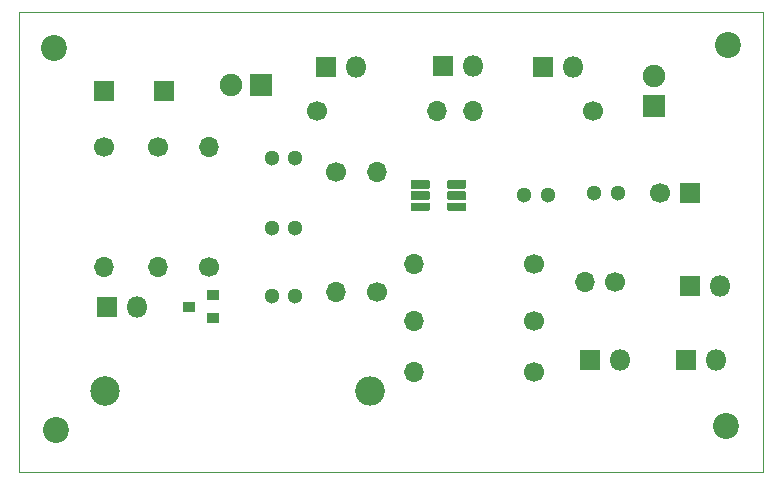
<source format=gbr>
G04 #@! TF.GenerationSoftware,KiCad,Pcbnew,(5.1.6)-1*
G04 #@! TF.CreationDate,2020-08-10T15:15:50+02:00*
G04 #@! TF.ProjectId,arduinoUno-BMSmodule,61726475-696e-46f5-956e-6f2d424d536d,rev?*
G04 #@! TF.SameCoordinates,Original*
G04 #@! TF.FileFunction,Soldermask,Top*
G04 #@! TF.FilePolarity,Negative*
%FSLAX46Y46*%
G04 Gerber Fmt 4.6, Leading zero omitted, Abs format (unit mm)*
G04 Created by KiCad (PCBNEW (5.1.6)-1) date 2020-08-10 15:15:50*
%MOMM*%
%LPD*%
G01*
G04 APERTURE LIST*
G04 #@! TA.AperFunction,Profile*
%ADD10C,0.050000*%
G04 #@! TD*
%ADD11C,1.300000*%
%ADD12O,2.500000X2.500000*%
%ADD13C,2.500000*%
%ADD14C,2.200000*%
%ADD15O,1.800000X1.800000*%
%ADD16R,1.800000X1.800000*%
%ADD17O,1.700000X1.700000*%
%ADD18C,1.700000*%
%ADD19C,1.900000*%
%ADD20R,1.900000X1.900000*%
%ADD21R,1.000000X0.900000*%
%ADD22R,1.700000X1.700000*%
G04 APERTURE END LIST*
D10*
X154000000Y-57000000D02*
X154000000Y-57900000D01*
X91000000Y-57000000D02*
X154000000Y-57000000D01*
X153484000Y-96000000D02*
X154000000Y-96000000D01*
X91000000Y-96000000D02*
X91000000Y-95900000D01*
X91000000Y-95900000D02*
X91000000Y-94973000D01*
X91000000Y-94973000D02*
X91000000Y-57000000D01*
X93921000Y-96000000D02*
X91000000Y-96000000D01*
X153484000Y-96000000D02*
X93921000Y-96000000D01*
X154000000Y-57900000D02*
X154000000Y-96000000D01*
D11*
G04 #@! TO.C,C3*
X112395000Y-75311000D03*
X114395000Y-75311000D03*
G04 #@! TD*
D12*
G04 #@! TO.C,R4*
X120698000Y-89154000D03*
D13*
X98298000Y-89154000D03*
G04 #@! TD*
D11*
G04 #@! TO.C,C5*
X139732000Y-72390000D03*
X141732000Y-72390000D03*
G04 #@! TD*
G04 #@! TO.C,C4*
X133763000Y-72517000D03*
X135763000Y-72517000D03*
G04 #@! TD*
G04 #@! TO.C,C2*
X112400000Y-69400000D03*
X114400000Y-69400000D03*
G04 #@! TD*
G04 #@! TO.C,C1*
X112400000Y-81100000D03*
X114400000Y-81100000D03*
G04 #@! TD*
D14*
G04 #@! TO.C,H4*
X151003000Y-59817000D03*
G04 #@! TD*
G04 #@! TO.C,H3*
X150876000Y-92075000D03*
G04 #@! TD*
G04 #@! TO.C,H2*
X94107000Y-92456000D03*
G04 #@! TD*
G04 #@! TO.C,H1*
X93980000Y-60071000D03*
G04 #@! TD*
D15*
G04 #@! TO.C,J3*
X149987000Y-86487000D03*
D16*
X147447000Y-86487000D03*
G04 #@! TD*
D17*
G04 #@! TO.C,R8*
X126365000Y-65405000D03*
D18*
X116205000Y-65405000D03*
G04 #@! TD*
D19*
G04 #@! TO.C,D1*
X108966000Y-63246000D03*
D20*
X111506000Y-63246000D03*
G04 #@! TD*
D16*
G04 #@! TO.C,J1*
X98171000Y-63754000D03*
X103251000Y-63754000D03*
G04 #@! TD*
G04 #@! TO.C,U1*
G36*
G01*
X124168000Y-71913000D02*
X124168000Y-71353000D01*
G75*
G02*
X124238000Y-71283000I70000J0D01*
G01*
X125698000Y-71283000D01*
G75*
G02*
X125768000Y-71353000I0J-70000D01*
G01*
X125768000Y-71913000D01*
G75*
G02*
X125698000Y-71983000I-70000J0D01*
G01*
X124238000Y-71983000D01*
G75*
G02*
X124168000Y-71913000I0J70000D01*
G01*
G37*
G36*
G01*
X124168000Y-72863000D02*
X124168000Y-72303000D01*
G75*
G02*
X124238000Y-72233000I70000J0D01*
G01*
X125698000Y-72233000D01*
G75*
G02*
X125768000Y-72303000I0J-70000D01*
G01*
X125768000Y-72863000D01*
G75*
G02*
X125698000Y-72933000I-70000J0D01*
G01*
X124238000Y-72933000D01*
G75*
G02*
X124168000Y-72863000I0J70000D01*
G01*
G37*
G36*
G01*
X124168000Y-73813000D02*
X124168000Y-73253000D01*
G75*
G02*
X124238000Y-73183000I70000J0D01*
G01*
X125698000Y-73183000D01*
G75*
G02*
X125768000Y-73253000I0J-70000D01*
G01*
X125768000Y-73813000D01*
G75*
G02*
X125698000Y-73883000I-70000J0D01*
G01*
X124238000Y-73883000D01*
G75*
G02*
X124168000Y-73813000I0J70000D01*
G01*
G37*
G36*
G01*
X127268000Y-73813000D02*
X127268000Y-73253000D01*
G75*
G02*
X127338000Y-73183000I70000J0D01*
G01*
X128798000Y-73183000D01*
G75*
G02*
X128868000Y-73253000I0J-70000D01*
G01*
X128868000Y-73813000D01*
G75*
G02*
X128798000Y-73883000I-70000J0D01*
G01*
X127338000Y-73883000D01*
G75*
G02*
X127268000Y-73813000I0J70000D01*
G01*
G37*
G36*
G01*
X127268000Y-72863000D02*
X127268000Y-72303000D01*
G75*
G02*
X127338000Y-72233000I70000J0D01*
G01*
X128798000Y-72233000D01*
G75*
G02*
X128868000Y-72303000I0J-70000D01*
G01*
X128868000Y-72863000D01*
G75*
G02*
X128798000Y-72933000I-70000J0D01*
G01*
X127338000Y-72933000D01*
G75*
G02*
X127268000Y-72863000I0J70000D01*
G01*
G37*
G36*
G01*
X127268000Y-71913000D02*
X127268000Y-71353000D01*
G75*
G02*
X127338000Y-71283000I70000J0D01*
G01*
X128798000Y-71283000D01*
G75*
G02*
X128868000Y-71353000I0J-70000D01*
G01*
X128868000Y-71913000D01*
G75*
G02*
X128798000Y-71983000I-70000J0D01*
G01*
X127338000Y-71983000D01*
G75*
G02*
X127268000Y-71913000I0J70000D01*
G01*
G37*
G04 #@! TD*
D17*
G04 #@! TO.C,TH1*
X138938000Y-79883000D03*
D18*
X141478000Y-79883000D03*
G04 #@! TD*
D17*
G04 #@! TO.C,R10*
X129413000Y-65405000D03*
D18*
X139573000Y-65405000D03*
G04 #@! TD*
D17*
G04 #@! TO.C,R9*
X124460000Y-78359000D03*
D18*
X134620000Y-78359000D03*
G04 #@! TD*
D17*
G04 #@! TO.C,R7*
X124460000Y-87503000D03*
D18*
X134620000Y-87503000D03*
G04 #@! TD*
D17*
G04 #@! TO.C,R6*
X117856000Y-80772000D03*
D18*
X117856000Y-70612000D03*
G04 #@! TD*
D17*
G04 #@! TO.C,R5*
X98171000Y-78613000D03*
D18*
X98171000Y-68453000D03*
G04 #@! TD*
D17*
G04 #@! TO.C,R3*
X102743000Y-78613000D03*
D18*
X102743000Y-68453000D03*
G04 #@! TD*
D17*
G04 #@! TO.C,R2*
X107100000Y-68440000D03*
D18*
X107100000Y-78600000D03*
G04 #@! TD*
D17*
G04 #@! TO.C,R1*
X124460000Y-83185000D03*
D18*
X134620000Y-83185000D03*
G04 #@! TD*
D21*
G04 #@! TO.C,Q1*
X105442000Y-81976000D03*
X107442000Y-81026000D03*
X107442000Y-82926000D03*
G04 #@! TD*
D17*
G04 #@! TO.C,L1*
X121285000Y-70612000D03*
D18*
X121285000Y-80772000D03*
G04 #@! TD*
D15*
G04 #@! TO.C,J8*
X137922000Y-61722000D03*
D16*
X135382000Y-61722000D03*
G04 #@! TD*
D15*
G04 #@! TO.C,J7*
X100965000Y-82042000D03*
D16*
X98425000Y-82042000D03*
G04 #@! TD*
D15*
G04 #@! TO.C,J6*
X129413000Y-61595000D03*
D16*
X126873000Y-61595000D03*
G04 #@! TD*
D15*
G04 #@! TO.C,J5*
X119507000Y-61722000D03*
D16*
X116967000Y-61722000D03*
G04 #@! TD*
D15*
G04 #@! TO.C,J4*
X150368000Y-80264000D03*
D16*
X147828000Y-80264000D03*
G04 #@! TD*
D15*
G04 #@! TO.C,J2*
X141859000Y-86487000D03*
D16*
X139319000Y-86487000D03*
G04 #@! TD*
D19*
G04 #@! TO.C,D2*
X144780000Y-62484000D03*
D20*
X144780000Y-65024000D03*
G04 #@! TD*
D18*
G04 #@! TO.C,C6*
X145288000Y-72390000D03*
D22*
X147788000Y-72390000D03*
G04 #@! TD*
M02*

</source>
